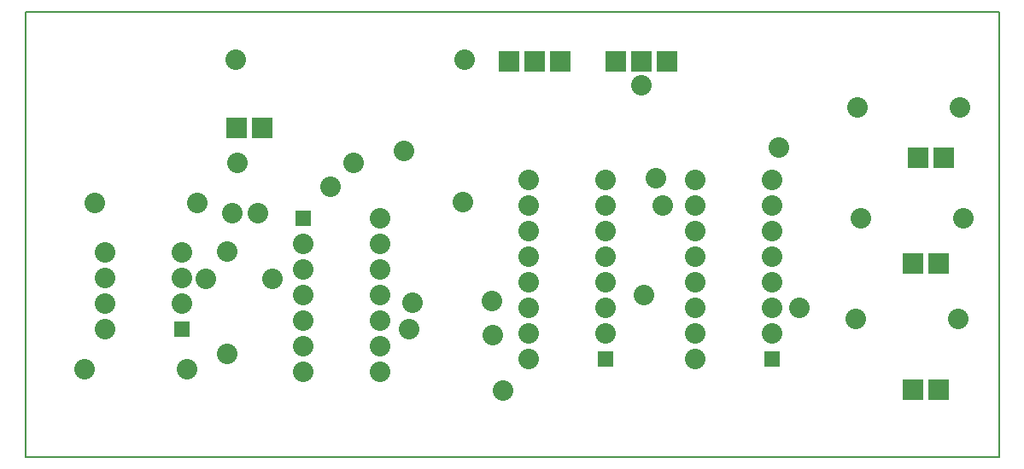
<source format=gbr>
G04 PROTEUS GERBER X2 FILE*
%TF.GenerationSoftware,Labcenter,Proteus,8.9-SP0-Build27865*%
%TF.CreationDate,2026-01-09T17:02:56+00:00*%
%TF.FileFunction,Soldermask,Top*%
%TF.FilePolarity,Negative*%
%TF.Part,Single*%
%TF.SameCoordinates,{d5e26176-f0e9-456a-af72-f71da18a6cc2}*%
%FSLAX45Y45*%
%MOMM*%
G01*
%TA.AperFunction,Material*%
%ADD18C,2.032000*%
%AMPPAD009*
4,1,36,
-0.762000,-0.635000,
-0.762000,0.635000,
-0.759470,0.660970,
-0.752200,0.684980,
-0.740650,0.706580,
-0.725290,0.725290,
-0.706570,0.740650,
-0.684980,0.752200,
-0.660970,0.759470,
-0.635000,0.762000,
0.635000,0.762000,
0.660970,0.759470,
0.684980,0.752200,
0.706570,0.740650,
0.725290,0.725290,
0.740650,0.706580,
0.752200,0.684980,
0.759470,0.660970,
0.762000,0.635000,
0.762000,-0.635000,
0.759470,-0.660970,
0.752200,-0.684980,
0.740650,-0.706580,
0.725290,-0.725290,
0.706570,-0.740650,
0.684980,-0.752200,
0.660970,-0.759470,
0.635000,-0.762000,
-0.635000,-0.762000,
-0.660970,-0.759470,
-0.684980,-0.752200,
-0.706570,-0.740650,
-0.725290,-0.725290,
-0.740650,-0.706580,
-0.752200,-0.684980,
-0.759470,-0.660970,
-0.762000,-0.635000,
0*%
%TA.AperFunction,Material*%
%ADD19PPAD009*%
%AMPPAD010*
4,1,36,
-0.889000,1.016000,
0.889000,1.016000,
0.914970,1.013470,
0.938980,1.006200,
0.960580,0.994650,
0.979290,0.979290,
0.994650,0.960570,
1.006200,0.938980,
1.013470,0.914970,
1.016000,0.889000,
1.016000,-0.889000,
1.013470,-0.914970,
1.006200,-0.938980,
0.994650,-0.960570,
0.979290,-0.979290,
0.960580,-0.994650,
0.938980,-1.006200,
0.914970,-1.013470,
0.889000,-1.016000,
-0.889000,-1.016000,
-0.914970,-1.013470,
-0.938980,-1.006200,
-0.960580,-0.994650,
-0.979290,-0.979290,
-0.994650,-0.960570,
-1.006200,-0.938980,
-1.013470,-0.914970,
-1.016000,-0.889000,
-1.016000,0.889000,
-1.013470,0.914970,
-1.006200,0.938980,
-0.994650,0.960570,
-0.979290,0.979290,
-0.960580,0.994650,
-0.938980,1.006200,
-0.914970,1.013470,
-0.889000,1.016000,
0*%
%TA.AperFunction,Material*%
%ADD70PPAD010*%
%TA.AperFunction,Profile*%
%ADD15C,0.203200*%
%TD.AperFunction*%
D18*
X-6209502Y+7511632D03*
X-5423660Y+7527283D03*
X-7024651Y+8663453D03*
X-5716627Y+8511357D03*
X-6294591Y+9018343D03*
X-5316108Y+6640579D03*
X-6800000Y+8900000D03*
X-7950000Y+8900000D03*
X-7600000Y+7750000D03*
X-8259470Y+7750000D03*
X-2375590Y+7456827D03*
X-3916827Y+7583573D03*
X-2583454Y+9053831D03*
X-3800000Y+8750000D03*
X-3945510Y+9668457D03*
X-3735564Y+8477617D03*
X-6250000Y+7250000D03*
X-5413863Y+7187491D03*
X-5696961Y+9920730D03*
X-7967937Y+9920730D03*
D19*
X-8500000Y+7250000D03*
D18*
X-8500000Y+7504000D03*
X-8500000Y+7758000D03*
X-8500000Y+8012000D03*
X-9262000Y+8012000D03*
X-9262000Y+7758000D03*
X-9262000Y+7504000D03*
X-9262000Y+7250000D03*
D70*
X-7954000Y+9250000D03*
X-7700000Y+9250000D03*
D18*
X-8050000Y+7000000D03*
X-8050000Y+8016000D03*
X-8350000Y+8500000D03*
X-9366000Y+8500000D03*
X-8450000Y+6850000D03*
X-9466000Y+6850000D03*
X-8000000Y+8400000D03*
X-7746000Y+8400000D03*
D19*
X-7300000Y+8350000D03*
D18*
X-7300000Y+8096000D03*
X-7300000Y+7842000D03*
X-7300000Y+7588000D03*
X-7300000Y+7334000D03*
X-7300000Y+7080000D03*
X-7300000Y+6826000D03*
X-6538000Y+6826000D03*
X-6538000Y+7080000D03*
X-6538000Y+7334000D03*
X-6538000Y+7588000D03*
X-6538000Y+7842000D03*
X-6538000Y+8096000D03*
X-6538000Y+8350000D03*
D19*
X-4300000Y+6950000D03*
D18*
X-4300000Y+7204000D03*
X-4300000Y+7458000D03*
X-4300000Y+7712000D03*
X-4300000Y+7966000D03*
X-4300000Y+8220000D03*
X-4300000Y+8474000D03*
X-4300000Y+8728000D03*
X-5062000Y+8728000D03*
X-5062000Y+8474000D03*
X-5062000Y+8220000D03*
X-5062000Y+7966000D03*
X-5062000Y+7712000D03*
X-5062000Y+7458000D03*
X-5062000Y+7204000D03*
X-5062000Y+6950000D03*
D19*
X-2650000Y+6950000D03*
D18*
X-2650000Y+7204000D03*
X-2650000Y+7458000D03*
X-2650000Y+7712000D03*
X-2650000Y+7966000D03*
X-2650000Y+8220000D03*
X-2650000Y+8474000D03*
X-2650000Y+8728000D03*
X-3412000Y+8728000D03*
X-3412000Y+8474000D03*
X-3412000Y+8220000D03*
X-3412000Y+7966000D03*
X-3412000Y+7712000D03*
X-3412000Y+7458000D03*
X-3412000Y+7204000D03*
X-3412000Y+6950000D03*
D70*
X-950000Y+8950000D03*
X-1204000Y+8950000D03*
X-1000000Y+7900000D03*
X-1254000Y+7900000D03*
X-1000000Y+6650000D03*
X-1254000Y+6650000D03*
D18*
X-784000Y+9450000D03*
X-1800000Y+9450000D03*
X-750000Y+8350000D03*
X-1766000Y+8350000D03*
X-800000Y+7350000D03*
X-1816000Y+7350000D03*
D70*
X-3692000Y+9909549D03*
X-3946000Y+9909549D03*
X-4200000Y+9909549D03*
X-4750000Y+9909549D03*
X-5004000Y+9909549D03*
X-5258000Y+9909549D03*
D15*
X-10050000Y+5980809D02*
X-400000Y+5980809D01*
X-400000Y+10400000D01*
X-10050000Y+10400000D01*
X-10050000Y+5980809D01*
M02*

</source>
